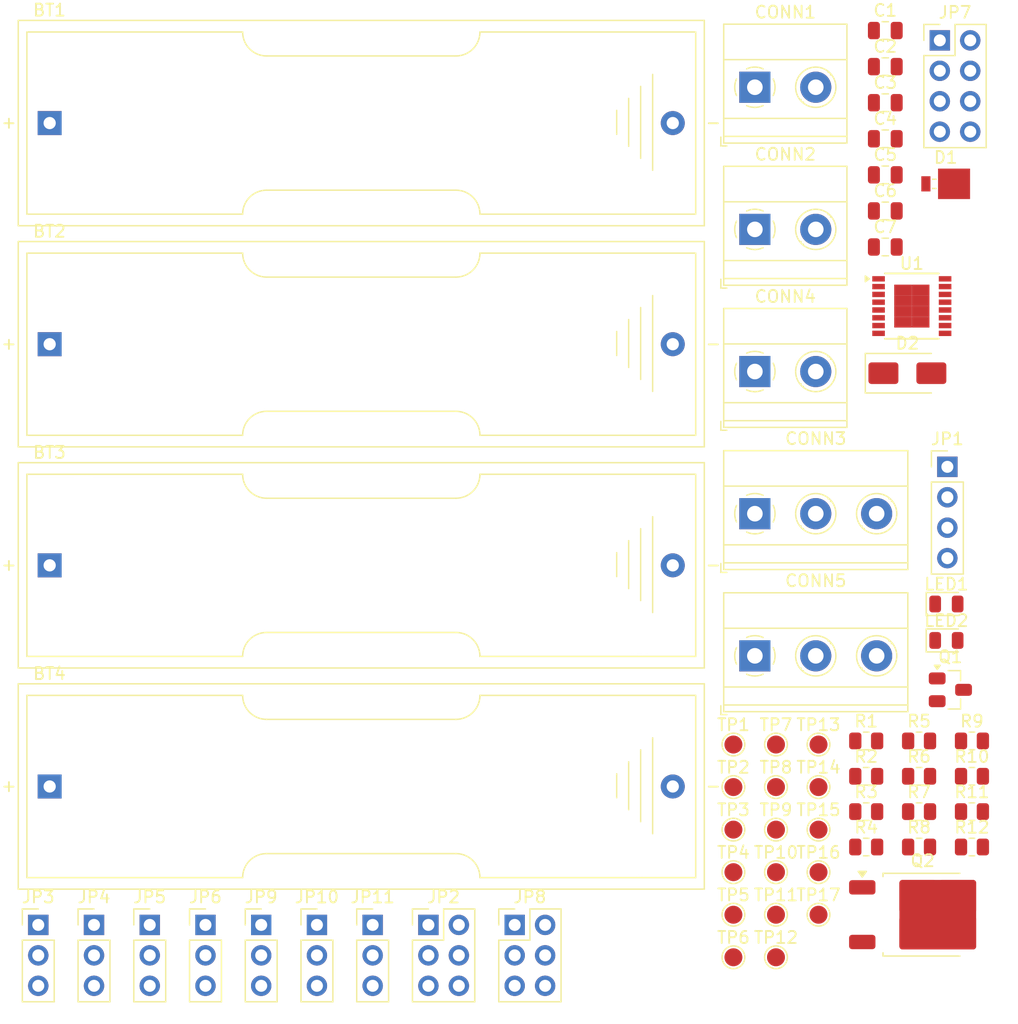
<source format=kicad_pcb>
(kicad_pcb (version 20240108) (generator "pcbnew") (generator_version "8.0")
  (layers (0 "F.Cu" signal) (31 "B.Cu" signal) (34 "B.Paste" user) (35 "F.Paste" user) (36 "B.SilkS" user "B.Silkscreen") (37 "F.SilkS" user "F.Silkscreen") (38 "B.Mask" user) (39 "F.Mask" user) (44 "Edge.Cuts" user))
  (net 0 "")
  (net 1 "/BATT")
  (net 2 "Net-(BT1--)")
  (net 3 "Net-(BT2--)")
  (net 4 "Net-(BT2-+)")
  (net 5 "Net-(BT3-+)")
  (net 6 "Net-(BT3--)")
  (net 7 "GND")
  (net 8 "Net-(BT4-+)")
  (net 9 "Net-(C1-Pad1)")
  (net 10 "Net-(C2-Pad1)")
  (net 11 "/TIMER")
  (net 12 "Net-(JP7-Pin_1)")
  (net 13 "Net-(JP7-Pin_3)")
  (net 14 "Net-(JP7-Pin_5)")
  (net 15 "Net-(JP7-Pin_7)")
  (net 16 "/NTC")
  (net 17 "VCC")
  (net 18 "/PROG")
  (net 19 "/SYST_LOAD")
  (net 20 "/SENSE")
  (net 21 "/DRIVE")
  (net 22 "Net-(JP1-Pin_1)")
  (net 23 "Net-(JP1-Pin_3)")
  (net 25 "/ARCT")
  (net 26 "Net-(JP2-Pin_4)")
  (net 28 "/SEL1")
  (net 29 "/SEL0")
  (net 30 "/CHEM")
  (net 31 "/PNP_E")
  (net 32 "/PNP_B")
  (net 33 "/PNP_C")
  (net 34 "Net-(LED1-K)")
  (net 35 "Net-(LED2-K)")
  (net 36 "/PAUSE")
  (net 37 "/~{CHRG}")
  (net 38 "/~{SHDN}")
  (net 39 "/~{ACPR}")
  (footprint "Connector_PinHeader_2.54mm:PinHeader_1x03_P2.54mm_Vertical" (layer "F.Cu") (at 35.374 101.313)
    (property "Reference" "JP5" (at 0 -2.33 0) (layer "F.SilkS"))
    (property "Value" "SEL0")
    (pad "1" thru_hole rect (at 0 0) (size 1.7 1.7) (drill 1) (layers "*.Cu" "*.Mask") (net 17 "VCC"))
    (pad "2" thru_hole oval (at 0 2.54) (size 1.7 1.7) (drill 1) (layers "*.Cu" "*.Mask") (net 29 "/SEL0"))
    (pad "3" thru_hole oval (at 0 5.08) (size 1.7 1.7) (drill 1) (layers "*.Cu" "*.Mask") (net 7 "GND"))
  )
  (footprint "Resistor_SMD:R_0805_2012Metric" (layer "F.Cu") (at 99.564 91.863)
    (property "Reference" "R7" (at 0 -1.65 0) (layer "F.SilkS"))
    (property "Value" "68K")
    (pad "1" smd roundrect (at -0.9125 0) (size 1.025 1.4) (layers "F.Cu" "F.Paste" "F.Mask") (roundrect_rratio 0.243902) (net 36 "/PAUSE"))
    (pad "2" smd roundrect (at 0.9125 0) (size 1.025 1.4) (layers "F.Cu" "F.Paste" "F.Mask") (roundrect_rratio 0.243902) (net 7 "GND"))
  )
  (footprint "Connector_PinHeader_2.54mm:PinHeader_1x03_P2.54mm_Vertical" (layer "F.Cu") (at 30.724 101.313)
    (property "Reference" "JP4" (at 0 -2.33 0) (layer "F.SilkS"))
    (property "Value" "SEL1")
    (pad "1" thru_hole rect (at 0 0) (size 1.7 1.7) (drill 1) (layers "*.Cu" "*.Mask") (net 17 "VCC"))
    (pad "2" thru_hole oval (at 0 2.54) (size 1.7 1.7) (drill 1) (layers "*.Cu" "*.Mask") (net 28 "/SEL1"))
    (pad "3" thru_hole oval (at 0 5.08) (size 1.7 1.7) (drill 1) (layers "*.Cu" "*.Mask") (net 7 "GND"))
  )
  (footprint "TestPoint:TestPoint_Pad_D1.5mm" (layer "F.Cu") (at 84.074 96.913)
    (property "Reference" "TP4" (at 0 -1.648 0) (layer "F.SilkS"))
    (property "Value" "PAUSE")
    (pad "1" smd circle (at 0 0) (size 1.5 1.5) (layers "F.Cu" "F.Mask") (net 36 "/PAUSE"))
  )
  (footprint "Resistor_SMD:R_0805_2012Metric" (layer "F.Cu") (at 95.154 91.863)
    (property "Reference" "R3" (at 0 -1.65 0) (layer "F.SilkS"))
    (property "Value" "1R")
    (pad "1" smd roundrect (at -0.9125 0) (size 1.025 1.4) (layers "F.Cu" "F.Paste" "F.Mask") (roundrect_rratio 0.243902) (net 17 "VCC"))
    (pad "2" smd roundrect (at 0.9125 0) (size 1.025 1.4) (layers "F.Cu" "F.Paste" "F.Mask") (roundrect_rratio 0.243902) (net 9 "Net-(C1-Pad1)"))
  )
  (footprint "TestPoint:TestPoint_Pad_D1.5mm" (layer "F.Cu") (at 91.174 93.363)
    (property "Reference" "TP15" (at 0 -1.648 0) (layer "F.SilkS"))
    (property "Value" "SYST_LOAD")
    (pad "1" smd circle (at 0 0) (size 1.5 1.5) (layers "F.Cu" "F.Mask") (net 19 "/SYST_LOAD"))
  )
  (footprint "Capacitor_SMD:C_0805_2012Metric" (layer "F.Cu") (at 96.744 32.713)
    (property "Reference" "C3" (at 0 -1.68 0) (layer "F.SilkS"))
    (property "Value" "220pF")
    (pad "1" smd roundrect (at -0.95 0) (size 1 1.45) (layers "F.Cu" "F.Paste" "F.Mask") (net 11 "/TIMER"))
    (pad "2" smd roundrect (at 0.95 0) (size 1 1.45) (layers "F.Cu" "F.Paste" "F.Mask") (net 7 "GND"))
  )
  (footprint "TestPoint:TestPoint_Pad_D1.5mm" (layer "F.Cu") (at 91.174 89.813)
    (property "Reference" "TP14" (at 0 -1.648 0) (layer "F.SilkS"))
    (property "Value" "PROG")
    (pad "1" smd circle (at 0 0) (size 1.5 1.5) (layers "F.Cu" "F.Mask") (net 18 "/PROG"))
  )
  (footprint "Battery:BatteryHolder_Keystone_2460_1xAA" (layer "F.Cu") (at 27.024 52.863)
    (property "Reference" "BT2" (at -0.02 -9.42 180) (layer "F.SilkS"))
    (property "Value" "CELL2")
    (fp_text user "+" (at -3.4 -0.06 0) (layer "F.SilkS"))
    (fp_text user "-" (at 55.37 -0.06 0) (layer "F.SilkS"))
    (pad "" np_thru_hole circle (at 2.75 -5.995 90) (size 2.64 2.64) (drill 2.64) (layers "*.Cu" "*.Mask"))
    (pad "" np_thru_hole circle (at 49.23 5.995) (size 2.64 2.64) (drill 2.64) (layers "*.Cu" "*.Mask"))
    (pad "1" thru_hole rect (at 0 0 180) (size 2 2) (drill 1.02) (layers "*.Cu" "*.Mask") (net 4 "Net-(BT2-+)"))
    (pad "2" thru_hole circle (at 51.99 0 180) (size 2 2) (drill 1.02) (layers "*.Cu" "*.Mask") (net 3 "Net-(BT2--)"))
  )
  (footprint "TerminalBlock_Phoenix:TerminalBlock_Phoenix_MKDS-1,5-2-5.08_1x02_P5.08mm_Horizontal" (layer "F.Cu") (at 85.864 31.423)
    (property "Reference" "CONN1" (at 2.54 -6.26 0) (layer "F.SilkS"))
    (property "Value" "NTC")
    (pad "1" thru_hole rect (at 0 0) (size 2.6 2.6) (drill 1.3) (layers "*.Cu" "*.Mask") (net 7 "GND"))
    (pad "2" thru_hole circle (at 5.08 0) (size 2.6 2.6) (drill 1.3) (layers "*.Cu" "*.Mask") (net 16 "/NTC"))
  )
  (footprint "TestPoint:TestPoint_Pad_D1.5mm" (layer "F.Cu") (at 87.624 100.463)
    (property "Reference" "TP11" (at 0 -1.648 0) (layer "F.SilkS"))
    (property "Value" "CHEM")
    (pad "1" smd circle (at 0 0) (size 1.5 1.5) (layers "F.Cu" "F.Mask") (net 30 "/CHEM"))
  )
  (footprint "Battery:BatteryHolder_Keystone_2460_1xAA" (layer "F.Cu") (at 27.024 34.413)
    (property "Reference" "BT1" (at -0.02 -9.42 180) (layer "F.SilkS"))
    (property "Value" "CELL1")
    (fp_text user "+" (at -3.4 -0.06 0) (layer "F.SilkS"))
    (fp_text user "-" (at 55.37 -0.06 0) (layer "F.SilkS"))
    (pad "" np_thru_hole circle (at 2.75 -5.995 90) (size 2.64 2.64) (drill 2.64) (layers "*.Cu" "*.Mask"))
    (pad "" np_thru_hole circle (at 49.23 5.995) (size 2.64 2.64) (drill 2.64) (layers "*.Cu" "*.Mask"))
    (pad "1" thru_hole rect (at 0 0 180) (size 2 2) (drill 1.02) (layers "*.Cu" "*.Mask") (net 1 "/BATT"))
    (pad "2" thru_hole circle (at 51.99 0 180) (size 2 2) (drill 1.02) (layers "*.Cu" "*.Mask") (net 2 "Net-(BT1--)"))
  )
  (footprint "Resistor_SMD:R_0805_2012Metric" (layer "F.Cu") (at 99.564 94.813)
    (property "Reference" "R8" (at 0 -1.65 0) (layer "F.SilkS"))
    (property "Value" "330R")
    (pad "1" smd roundrect (at -0.9125 0) (size 1.025 1.4) (layers "F.Cu" "F.Paste" "F.Mask") (roundrect_rratio 0.243902) (net 34 "Net-(LED1-K)"))
    (pad "2" smd roundrect (at 0.9125 0) (size 1.025 1.4) (layers "F.Cu" "F.Paste" "F.Mask") (roundrect_rratio 0.243902) (net 37 "/~{CHRG}"))
  )
  (footprint "Diode_SMD:D_Powermite_KA" (layer "F.Cu") (at 101.784 39.483)
    (property "Reference" "D1" (at 0 -2.2 0) (layer "F.SilkS"))
    (property "Value" "MBRM120LT3")
    (pad "1" smd rect (at -1.6525 0) (size 0.762 1.27) (layers "F.Cu" "F.Paste" "F.Mask") (net 19 "/SYST_LOAD"))
    (pad "2" smd rect (at 0.6985 0) (size 2.67 2.54) (layers "F.Cu" "F.Paste" "F.Mask") (net 1 "/BATT"))
  )
  (footprint "Resistor_SMD:R_0805_2012Metric" (layer "F.Cu") (at 95.154 88.913)
    (property "Reference" "R2" (at 0 -1.65 0) (layer "F.SilkS"))
    (property "Value" "2.8K")
    (pad "1" smd roundrect (at -0.9125 0) (size 1.025 1.4) (layers "F.Cu" "F.Paste" "F.Mask") (roundrect_rratio 0.243902) (net 7 "GND"))
    (pad "2" smd roundrect (at 0.9125 0) (size 1.025 1.4) (layers "F.Cu" "F.Paste" "F.Mask") (roundrect_rratio 0.243902) (net 23 "Net-(JP1-Pin_3)"))
  )
  (footprint "Package_TO_SOT_SMD:TO-252-2" (layer "F.Cu") (at 99.864 100.458)
    (property "Reference" "Q2" (at 0 -4.5 0) (layer "F.SilkS"))
    (property "Value" "MJD210T4G")
    (pad "1" smd roundrect (at -5.04 -2.28) (size 2.2 1.2) (layers "F.Cu" "F.Paste" "F.Mask") (roundrect_rratio 0.208333) (net 32 "/PNP_B"))
    (pad "2" smd roundrect (at -0.415 -1.525) (size 3.05 2.75) (layers "F.Cu" "F.Paste") (roundrect_rratio 0.090909) (net 33 "/PNP_C"))
    (pad "2" smd roundrect (at -0.415 1.525) (size 3.05 2.75) (layers "F.Cu" "F.Paste") (roundrect_rratio 0.090909) (net 33 "/PNP_C"))
    (pad "2" smd roundrect (at 1.26 0) (size 6.4 5.8) (layers "F.Cu" "F.Mask") (roundrect_rratio 0.043103) (net 33 "/PNP_C"))
    (pad "2" smd roundrect (at 2.935 -1.525) (size 3.05 2.75) (layers "F.Cu" "F.Paste") (roundrect_rratio 0.090909) (net 33 "/PNP_C"))
    (pad "2" smd roundrect (at 2.935 1.525) (size 3.05 2.75) (layers "F.Cu" "F.Paste") (roundrect_rratio 0.090909) (net 33 "/PNP_C"))
    (pad "3" smd roundrect (at -5.04 2.28) (size 2.2 1.2) (layers "F.Cu" "F.Paste" "F.Mask") (roundrect_rratio 0.208333) (net 31 "/PNP_E"))
  )
  (footprint "TerminalBlock_Phoenix:TerminalBlock_Phoenix_MKDS-1,5-3-5.08_1x03_P5.08mm_Horizontal" (layer "F.Cu") (at 85.864 78.863)
    (property "Reference" "CONN5" (at 5.08 -6.26 0) (layer "F.SilkS"))
    (property "Value" "EXT_PNP")
    (pad "1" thru_hole rect (at 0 0) (size 2.6 2.6) (drill 1.3) (layers "*.Cu" "*.Mask") (net 20 "/SENSE"))
    (pad "2" thru_hole circle (at 5.08 0) (size 2.6 2.6) (drill 1.3) (layers "*.Cu" "*.Mask") (net 21 "/DRIVE"))
    (pad "3" thru_hole circle (at 10.16 0) (size 2.6 2.6) (drill 1.3) (layers "*.Cu" "*.Mask") (net 1 "/BATT"))
  )
  (footprint "TestPoint:TestPoint_Pad_D1.5mm" (layer "F.Cu") (at 87.624 89.813)
    (property "Reference" "TP8" (at 0 -1.648 0) (layer "F.SilkS"))
    (property "Value" "SEL0")
    (pad "1" smd circle (at 0 0) (size 1.5 1.5) (layers "F.Cu" "F.Mask") (net 29 "/SEL0"))
  )
  (footprint "TestPoint:TestPoint_Pad_D1.5mm" (layer "F.Cu") (at 84.074 89.813)
    (property "Reference" "TP2" (at 0 -1.648 0) (layer "F.SilkS"))
    (property "Value" "GND")
    (pad "1" smd circle (at 0 0) (size 1.5 1.5) (layers "F.Cu" "F.Mask") (net 7 "GND"))
  )
  (footprint "Capacitor_SMD:C_0805_2012Metric" (layer "F.Cu") (at 96.744 29.703)
    (property "Reference" "C2" (at 0 -1.68 0) (layer "F.SilkS"))
    (property "Value" "10uF")
    (pad "1" smd roundrect (at -0.95 0) (size 1 1.45) (layers "F.Cu" "F.Paste" "F.Mask") (net 10 "Net-(C2-Pad1)"))
    (pad "2" smd roundrect (at 0.95 0) (size 1 1.45) (layers "F.Cu" "F.Paste" "F.Mask") (net 7 "GND"))
  )
  (footprint "TestPoint:TestPoint_Pad_D1.5mm" (layer "F.Cu") (at 84.074 100.463)
    (property "Reference" "TP5" (at 0 -1.648 0) (layer "F.SilkS"))
    (property "Value" "VIN")
    (pad "1" smd circle (at 0 0) (size 1.5 1.5) (layers "F.Cu" "F.Mask") (net 17 "VCC"))
  )
  (footprint "Connector_PinHeader_2.54mm:PinHeader_2x03_P2.54mm_Vertical" (layer "F.Cu") (at 58.624 101.313)
    (property "Reference" "JP2" (at 1.27 -2.33 0) (layer "F.SilkS"))
    (property "Value" "RECHARGE")
    (pad "1" thru_hole rect (at 0 0) (size 1.7 1.7) (drill 1) (layers "*.Cu" "*.Mask") (net 25 "/ARCT"))
    (pad "2" thru_hole oval (at 2.54 0) (size 1.7 1.7) (drill 1) (layers "*.Cu" "*.Mask") (net 17 "VCC"))
    (pad "3" thru_hole oval (at 0 2.54) (size 1.7 1.7) (drill 1) (layers "*.Cu" "*.Mask") (net 25 "/ARCT"))
    (pad "4" thru_hole oval (at 2.54 2.54) (size 1.7 1.7) (drill 1) (layers "*.Cu" "*.Mask") (net 26 "Net-(JP2-Pin_4)"))
    (pad "5" thru_hole oval (at 0 5.08) (size 1.7 1.7) (drill 1) (layers "*.Cu" "*.Mask") (net 25 "/ARCT"))
    (pad "6" thru_hole oval (at 2.54 5.08) (size 1.7 1.7) (drill 1) (layers "*.Cu" "*.Mask") (net 7 "GND"))
  )
  (footprint "TerminalBlock_Phoenix:TerminalBlock_Phoenix_MKDS-1,5-3-5.08_1x03_P5.08mm_Horizontal" (layer "F.Cu") (at 85.864 67.003)
    (property "Reference" "CONN3" (at 5.08 -6.26 0) (layer "F.SilkS"))
    (property "Value" "TIMER_PROG_EXT")
    (pad "1" thru_hole rect (at 0 0) (size 2.6 2.6) (drill 1.3) (layers "*.Cu" "*.Mask") (net 7 "GND"))
    (pad "2" thru_hole circle (at 5.08 0) (size 2.6 2.6) (drill 1.3) (layers "*.Cu" "*.Mask") (net 11 "/TIMER"))
    (pad "3" thru_hole circle (at 10.16 0) (size 2.6 2.6) (drill 1.3) (layers "*.Cu" "*.Mask") (net 18 "/PROG"))
  )
  (footprint "Battery:BatteryHolder_Keystone_2460_1xAA" (layer "F.Cu") (at 27.024 71.313)
    (property "Reference" "BT3" (at -0.02 -9.42 180) (layer "F.SilkS"))
    (property "Value" "CELL3")
    (fp_text user "-" (at 55.37 -0.06 0) (layer "F.SilkS"))
    (fp_text user "+" (at -3.4 -0.06 0) (layer "F.SilkS"))
    (pad "" np_thru_hole circle (at 2.75 -5.995 90) (size 2.64 2.64) (drill 2.64) (layers "*.Cu" "*.Mask"))
    (pad "" np_thru_hole circle (at 49.23 5.995) (size 2.64 2.64) (drill 2.64) (layers "*.Cu" "*.Mask"))
    (pad "1" thru_hole rect (at 0 0 180) (size 2 2) (drill 1.02) (layers "*.Cu" "*.Mask") (net 5 "Net-(BT3-+)"))
    (pad "2" thru_hole circle (at 51.99 0 180) (size 2 2) (drill 1.02) (layers "*.Cu" "*.Mask") (net 6 "Net-(BT3--)"))
  )
  (footprint "Connector_PinHeader_2.54mm:PinHeader_2x03_P2.54mm_Vertical" (layer "F.Cu") (at 65.824 101.313)
    (property "Reference" "JP8" (at 1.27 -2.33 0) (layer "F.SilkS"))
    (property "Value" "EXT_PNP")
    (pad "1" thru_hole rect (at 0 0) (size 1.7 1.7) (drill 1) (layers "*.Cu" "*.Mask") (net 33 "/PNP_C"))
    (pad "2" thru_hole oval (at 2.54 0) (size 1.7 1.7) (drill 1) (layers "*.Cu" "*.Mask") (net 1 "/BATT"))
    (pad "3" thru_hole oval (at 0 2.54) (size 1.7 1.7) (drill 1) (layers "*.Cu" "*.Mask") (net 32 "/PNP_B"))
    (pad "4" thru_hole oval (at 2.54 2.54) (size 1.7 1.7) (drill 1) (layers "*.Cu" "*.Mask") (net 21 "/DRIVE"))
    (pad "5" thru_hole oval (at 0 5.08) (size 1.7 1.7) (drill 1) (layers "*.Cu" "*.Mask") (net 31 "/PNP_E"))
    (pad "6" thru_hole oval (at 2.54 5.08) (size 1.7 1.7) (drill 1) (layers "*.Cu" "*.Mask") (net 20 "/SENSE"))
  )
  (footprint "Resistor_SMD:R_0805_2012Metric" (layer "F.Cu") (at 99.564 88.913)
    (property "Reference" "R6" (at 0 -1.65 0) (layer "F.SilkS"))
    (property "Value" "4.42K")
    (pad "1" smd roundrect (at -0.9125 0) (size 1.025 1.4) (layers "F.Cu" "F.Paste" "F.Mask") (roundrect_rratio 0.243902) (net 17 "VCC"))
    (pad "2" smd roundrect (at 0.9125 0) (size 1.025 1.4) (layers "F.Cu" "F.Paste" "F.Mask") (roundrect_rratio 0.243902) (net 16 "/NTC"))
  )
  (footprint "Connector_PinHeader_2.54mm:PinHeader_1x03_P2.54mm_Vertical" (layer "F.Cu") (at 53.974 101.313)
    (property "Reference" "JP11" (at 0 -2.33 0) (layer "F.SilkS"))
    (property "Value" "SEL4")
    (pad "1" thru_hole rect (at 0 0) (size 1.7 1.7) (drill 1) (layers "*.Cu" "*.Mask") (net 7 "GND"))
    (pad "2" thru_hole oval (at 0 2.54) (size 1.7 1.7) (drill 1) (layers "*.Cu" "*.Mask") (net 6 "Net-(BT3--)"))
    (pad "3" thru_hole oval (at 0 5.08) (size 1.7 1.7) (drill 1) (layers "*.Cu" "*.Mask") (net 8 "Net-(BT4-+)"))
  )
  (footprint "Resistor_SMD:R_0805_2012Metric" (layer "F.Cu") (at 99.564 85.963)
    (property "Reference" "R5" (at 0 -1.65 0) (layer "F.SilkS"))
    (property "Value" "2.21K")
    (pad "1" smd roundrect (at -0.9125 0) (size 1.025 1.4) (layers "F.Cu" "F.Paste" "F.Mask") (roundrect_rratio 0.243902) (net 26 "Net-(JP2-Pin_4)"))
    (pad "2" smd roundrect (at 0.9125 0) (size 1.025 1.4) (layers "F.Cu" "F.Paste" "F.Mask") (roundrect_rratio 0.243902) (net 7 "GND"))
  )
  (footprint "LED_SMD:LED_0805_2012Metric" (layer "F.Cu") (at 101.844 77.578)
    (property "Reference" "LED2" (at 0 -1.65 0) (layer "F.SilkS"))
    (property "Value" "ACPR")
    (pad "1" smd roundrect (at -0.9375 0) (size 0.975 1.4) (layers "F.Cu" "F.Paste" "F.Mask") (net 35 "Net-(LED2-K)"))
    (pad "2" smd roundrect (at 0.9375 0) (size 0.975 1.4) (layers "F.Cu" "F.Paste" "F.Mask") (net 17 "VCC"))
  )
  (footprint "Capacitor_SMD:C_0805_2012Metric" (layer "F.Cu") (at 96.744 38.733)
    (property "Reference" "C5" (at 0 -1.68 0) (layer "F.SilkS"))
    (property "Value" "470pF")
    (pad "1" smd roundrect (at -0.95 0) (size 1 1.45) (layers "F.Cu" "F.Paste" "F.Mask") (net 7 "GND"))
    (pad "2" smd roundrect (at 0.95 0) (size 1 1.45) (layers "F.Cu" "F.Paste" "F.Mask") (net 13 "Net-(JP7-Pin_3)"))
  )
  (footprint "TestPoint:TestPoint_Pad_D1.5mm" (layer "F.Cu") (at 91.174 96.913)
    (property "Reference" "TP16" (at 0 -1.648 0) (layer "F.SilkS"))
    (property "Value" "BATT")
    (pad "1" smd circle (at 0 0) (size 1.5 1.5) (layers "F.Cu" "F.Mask") (net 1 "/BATT"))
  )
  (footprint "TestPoint:TestPoint_Pad_D1.5mm" (layer "F.Cu") (at 91.174 86.263)
    (property "Reference" "TP13" (at 0 -1.648 0) (layer "F.SilkS"))
    (property "Value" "SENSE")
    (pad "1" smd circle (at 0 0) (size 1.5 1.5) (layers "F.Cu" "F.Mask") (net 20 "/SENSE"))
  )
  (footprint "Connector_PinHeader_2.54mm:PinHeader_2x04_P2.54mm_Vertical" (layer "F.Cu") (at 101.294 27.513)
    (property "Reference" "JP7" (at 1.27 -2.33 0) (layer "F.SilkS"))
    (property "Value" "TIMER")
    (pad "1" thru_hole rect (at 0 0) (size 1.7 1.7) (drill 1) (layers "*.Cu" "*.Mask") (net 12 "Net-(JP7-Pin_1)"))
    (pad "2" thru_hole oval (at 2.54 0) (size 1.7 1.7) (drill 1) (layers "*.Cu" "*.Mask") (net 11 "/TIMER"))
    (pad "3" thru_hole oval (at 0 2.54) (size 1.7 1.7) (drill 1) (layers "*.Cu" "*.Mask") (net 13 "Net-(JP7-Pin_3)"))
    (pad "4" thru_hole oval (at 2.54 2.54) (size 1.7 1.7) (drill 1) (layers "*.Cu" "*.Mask") (net 11 "/TIMER"))
    (pad "5" thru_hole oval (at 0 5.08) (size 1.7 1.7) (drill 1) (layers "*.Cu" "*.Mask") (net 14 "Net-(JP7-Pin_5)"))
    (pad "6" thru_hole oval (at 2.54 5.08) (size 1.7 1.7) (drill 1) (layers "*.Cu" "*.Mask") (net 11 "/TIMER"))
    (pad "7" thru_hole oval (at 0 7.62) (size 1.7 1.7) (drill 1) (layers "*.Cu" "*.Mask") (net 15 "Net-(JP7-Pin_7)"))
    (pad "8" thru_hole oval (at 2.54 7.62) (size 1.7 1.7) (drill 1) (layers "*.Cu" "*.Mask") (net 11 "/TIMER"))
  )
  (footprint "Package_SO:TSSOP-16-1EP_4.4x5mm_P0.65mm" (layer "F.Cu") (at 98.959 49.683)
    (property "Reference" "U1" (at 0 -3.55 0) (layer "F.SilkS"))
    (property "Value" "LTC4060EFE")
    (pad "1" smd rect (at -2.775 -2.275) (size 1.05 0.45) (layers "F.Cu" "F.Paste" "F.Mask") (net 21 "/DRIVE"))
    (pad "2" smd rect (at -2.775 -1.625) (size 1.05 0.45) (layers "F.Cu" "F.Paste" "F.Mask") (net 1 "/BATT"))
    (pad "3" smd rect (at -2.775 -0.975) (size 1.05 0.45) (layers "F.Cu" "F.Paste" "F.Mask") (net 20 "/SENSE"))
    (pad "4" smd rect (at -2.775 -0.325) (size 1.05 0.45) (layers "F.Cu" "F.Paste" "F.Mask") (net 11 "/TIMER"))
    (pad "5" smd rect (at -2.775 0.325) (size 1.05 0.45) (layers "F.Cu" "F.Paste" "F.Mask") (net 38 "/~{SHDN}"))
    (pad "6" smd rect (at -2.775 0.975) (size 1.05 0.45) (layers "F.Cu" "F.Paste" "F.Mask") (net 36 "/PAUSE"))
    (pad "7" smd rect (at -2.775 1.625) (size 1.05 0.45) (layers "F.Cu" "F.Paste" "F.Mask") (net 18 "/PROG"))
    (pad "8" smd rect (at -2.775 2.275) (size 1.05 0.45) (layers "F.Cu" "F.Paste" "F.Mask") (net 25 "/ARCT"))
    (pad "9" smd rect (at 2.775 2.275) (size 1.05 0.45) (layers "F.Cu" "F.Paste" "F.Mask") (net 29 "/SEL0"))
    (pad "10" smd rect (at 2.775 1.625) (size 1.05 0.45) (layers "F.Cu" "F.Paste" "F.Mask") (net 28 "/SEL1"))
    (pad "11" smd rect (at 2.775 0.975) (size 1.05 0.45) (layers "F.Cu" "F.Paste" "F.Mask") (net 16 "/NTC"))
    (pad "12" smd rect (at 2.775 0.325) (size 1.05 0.45) (layers "F.Cu" "F.Paste" "F.Mask") (net 30 "/CHEM"))
    (pad "13" smd rect (at 2.775 -0.325) (size 1.05 0.45) (layers "F.Cu" "F.Paste" "F.Mask") (net 39 "/~{ACPR}"))
    (pad "14" smd rect (at 2.775 -0.975) (size 1.05 0.45) (layers "F.Cu" "F.Paste" "F.Mask") (net 17 "VCC"))
    (pad "15" smd rect (at 2.775 -1.625) (size 1.05 0.45) (layers "F.Cu" "F.Paste" "F.Mask") (net 37 "/~{CHRG}"))
    (pad "16" smd rect (at 2.775 -2.275) (size 1.05 0.45) (layers "F.Cu" "F.Paste" "F.Mask") (net 7 "GND"))
    (pad "17" smd rect (at -0.735 -1.3425) (size 1.47 0.895) (layers "F.Cu" "F.Paste" "F.Mask") (net 7 "GND"))
    (pad "17" smd rect (at -0.735 -0.4475) (size 1.47 0.895) (layers "F.Cu" "F.Paste" "F.Mask") (net 7 "GND"))
    (pad "17" smd rect (at -0.735 0.4475) (size 1.47 0.895) (layers "F.Cu" "F.Paste" "F.Mask") (net 7 "GND"))
    (pad "17" smd rect (at -0.735 1.3425) (size 1.47 0.895) (layers "F.Cu" "F.Paste" "F.Mask") (net 7 "GND"))
    (pad "17" smd rect (at 0.735 -1.3425) (size 1.47 0.895) (layers "F.Cu" "F.Paste" "F.Mask") (net 7 "GND"))
    (pad "17" smd rect (at 0.735 -0.4475) (size 1.47 0.895) (layers "F.Cu" "F.Paste" "F.Mask") (net 7 "GND"))
    (pad "17" smd rect (at 0.735 0.4475) (size 1.47 0.895) (layers "F.Cu" "F.Paste" "F.Mask") (net 7 "GND"))
    (pad "17" smd rect (at 0.735 1.3425) (size 1.47 0.895) (layers "F.Cu" "F.Paste" "F.Mask") (net 7 "GND"))
  )
  (footprint "Package_TO_SOT_SMD:SuperSOT-3" (layer "F.Cu") (at 102.174 81.698)
    (property "Reference" "Q1" (at 0 -2.75 0) (layer "F.SilkS"))
    (property "Value" "FDN306P")
    (pad "1" smd roundrect (at -1.1 -0.95) (size 1.4 1) (layers "F.Cu" "F.Paste" "F.Mask") (net 17 "VCC"))
    (pad "2" smd roundrect (at -1.1 0.95) (size 1.4 1) (layers "F.Cu" "F.Paste" "F.Mask") (net 19 "/SYST_LOAD"))
    (pad "3" smd roundrect (at 1.1 0) (size 1.4 1) (layers "F.Cu" "F.Paste" "F.Mask") (net 1 "/BATT"))
  )
  (footprint "TestPoint:TestPoint_Pad_D1.5mm" (layer "F.Cu") (at 84.074 93.363)
    (property "Reference" "TP3" (at 0 -1.648 0) (layer "F.SilkS"))
    (property "Value" "NTC")
    (pad "1" smd circle (at 0 0) (size 1.5 1.5) (layers "F.Cu" "F.Mask") (net 16 "/NTC"))
  )
  (footprint "Connector_PinHeader_2.54mm:PinHeader_1x04_P2.54mm_Vertical" (layer "F.Cu") (at 101.924 63.093)
    (property "Reference" "JP1" (at 0 -2.33 0) (layer "F.SilkS"))
    (property "Value" "CHRG_CURRENT")
    (pad "1" thru_hole rect (at 0 0) (size 1.7 1.7) (drill 1) (layers "*.Cu" "*.Mask") (net 22 "Net-(JP1-Pin_1)"))
    (pad "2" thru_hole oval (at 0 2.54) (size 1.7 1.7) (drill 1) (layers "*.Cu" "*.Mask") (net 18 "/PROG"))
    (pad "3" thru_hole oval (at 0 5.08) (size 1.7 1.7) (drill 1) (layers "*.Cu" "*.Mask") (net 23 "Net-(JP1-Pin_3)"))
    (pad "4" thru_hole oval (at 0 7.62) (size 1.7 1.7) (drill 1) (layers "*.Cu" "*.Mask"))
  )
  (footprint "Capacitor_SMD:C_0805_2012Metric" (layer "F.Cu") (at 96.744 35.723)
    (property "Reference" "C4" (at 0 -1.68 0) (layer "F.SilkS"))
    (property "Value" "150pF")
    (pad "1" smd roundrect (at -0.95 0) (size 1 1.45) (layers "F.Cu" "F.Paste" "F.Mask") (net 7 "GND"))
    (pad "2" smd roundrect (at 0.95 0) (size 1 1.45) (layers "F.Cu" "F.Paste" "F.Mask") (net 12 "Net-(JP7-Pin_1)"))
  )
  (footprint "TestPoint:TestPoint_Pad_D1.5mm" (layer "F.Cu") (at 87.624 96.913)
    (property "Reference" "TP10" (at 0 -1.648 0) (layer "F.SilkS"))
    (property "Value" "ACPR")
    (pad "1" smd circle (at 0 0) (size 1.5 1.5) (layers "F.Cu" "F.Mask") (net 39 "/~{ACPR}"))
  )
  (footprint "TestPoint:TestPoint_Pad_D1.5mm" (layer "F.Cu") (at 84.074 104.013)
    (property "Reference" "TP6" (at 0 -1.648 0) (layer "F.SilkS"))
    (property "Value" "SHDN")
    (pad "1" smd circle (at 0 0) (size 1.5 1.5) (layers "F.Cu" "F.Mask") (net 38 "/~{SHDN}"))
  )
  (footprint "LED_SMD:LED_0805_2012Metric" (layer "F.Cu") (at 101.844 74.538)
    (property "Reference" "LED1" (at 0 -1.65 0) (layer "F.SilkS"))
    (property "Value" "CHRG")
    (pad "1" smd roundrect (at -0.9375 0) (size 0.975 1.4) (layers "F.Cu" "F.Paste" "F.Mask") (net 34 "Net-(LED1-K)"))
    (pad "2" smd roundrect (at 0.9375 0) (size 0.975 1.4) (layers "F.Cu" "F.Paste" "F.Mask") (net 17 "VCC"))
  )
  (footprint "Resistor_SMD:R_0805_2012Metric" (layer "F.Cu") (at 95.154 85.963)
    (property "Reference" "R1" (at 0 -1.65 0) (layer "F.SilkS"))
    (property "Value" "931R")
    (pad "1" smd roundrect (at -0.9125 0) (size 1.025 1.4) (layers "F.Cu" "F.Paste" "F.Mask") (roundrect_rratio 0.243902) (net 7 "GND"))
    (pad "2" smd roundrect (at 0.9125 0) (size 1.025 1.4) (layers "F.Cu" "F.Paste" "F.Mask") (roundrect_rratio 0.243902) (net 22 "Net-(JP1-Pin_1)"))
  )
  (footprint "Connector_PinHeader_2.54mm:PinHeader_1x03_P2.54mm_Vertical" (layer "F.Cu") (at 49.324 101.313)
    (property "Reference" "JP10" (at 0 -2.33 0) (layer "F.SilkS"))
    (property "Value" "SEL3")
    (pad "1" thru_hole rect (at 0 0) (size 1.7 1.7) (drill 1) (layers "*.Cu" "*.Mask") (net 7 "GND"))
    (pad "2" thru_hole oval (at 0 2.54) (size 1.7 1.7) (drill 1) (layers "*.Cu" "*.Mask") (net 3 "Net-(BT2--)"))
    (pad "3" thru_hole oval (at 0 5.08) (size 1.7 1.7) (drill 1) (layers "*.Cu" "*.Mask") (net 5 "Net-(BT3-+)"))
  )
  (footprint "Diode_SMD:D_SMA" (layer "F.Cu") (at 98.589 55.283)
    (property "Reference" "D2" (at 0 -2.5 0) (layer "F.SilkS"))
    (property "Value" "B220A")
    (pad "1" smd roundrect (at -2 0) (size 2.5 1.8) (layers "F.Cu" "F.Paste" "F.Mask") (roundrect_rratio 0.1388888889) (net 19 "/SYST_LOAD"))
    (pad "2" smd roundrect (at 2 0) (size 2.5 1.8) (layers "F.Cu" "F.Paste" "F.Mask") (roundrect_rratio 0.1388888889) (net 17 "VCC"))
  )
  (footprint "TerminalBlock_Phoenix:TerminalBlock_Phoenix_MKDS-1,5-2-5.08_1x02_P5.08mm_Horizontal" (layer "F.Cu") (at 85.864 43.283)
    (property "Reference" "CONN2" (at 2.54 -6.26 0) (layer "F.SilkS"))
    (property "Value" "VIN")
    (pad "1" thru_hole rect (at 0 0) (size 2.6 2.6) (drill 1.3) (layers "*.Cu" "*.Mask") (net 7 "GND"))
    (pad "2" thru_hole circle (at 5.08 0) (size 2.6 2.6) (drill 1.3) (layers "*.Cu" "*.Mask") (net 17 "VCC"))
  )
  (footprint "TestPoint:TestPoint_Pad_D1.5mm" (layer "F.Cu") (at 87.624 104.013)
    (property "Reference" "TP12" (at 0 -1.648 0) (layer "F.SilkS"))
    (property "Value" "TIMER")
    (pad "1" smd circle (at 0 0) (size 1.5 1.5) (layers "F.Cu" "F.Mask") (net 11 "/TIMER"))
  )
  (footprint "Battery:BatteryHolder_Keystone_2460_1xAA" (layer "F.Cu") (at 27.024 89.763)
    (property "Reference" "BT4" (at -0.02 -9.42 180) (layer "F.SilkS"))
    (property "Value" "CELL4")
    (fp_text user "+" (at -3.4 -0.06 0) (layer "F.SilkS"))
    (fp_text user "-" (at 55.37 -0.06 0) (layer "F.SilkS"))
    (pad "" np_thru_hole circle (at 2.75 -5.995 90) (size 2.64 2.64) (drill 2.64) (layers "*.Cu" "*.Mask"))
    (pad "" np_thru_hole circle (at 49.23 5.995) (size 2.64 2.64) (drill 2.64) (layers "*.Cu" "*.Mask"))
    (pad "1" thru_hole rect (at 0 0 180) (size 2 2) (drill 1.02) (layers "*.Cu" "*.Mask") (net 8 "Net-(BT4-+)"))
    (pad "2" thru_hole circle (at 51.99 0 180) (size 2 2) (drill 1.02) (layers "*.Cu" "*.Mask") (net 7 "GND"))
  )
  (footprint "Capacitor_SMD:C_0805_2012Metric" (layer "F.Cu") (at 96.744 44.753)
    (property "Reference" "C7" (at 0 -1.68 0) (layer "F.SilkS"))
    (property "Value" "2700pF")
    (pad "1" smd roundrect (at -0.95 0) (size 1 1.45) (layers "F.Cu" "F.Paste" "F.Mask") (net 7 "GND"))
    (pad "2" smd roundrect (at 0.95 0) (size 1 1.45) (layers "F.Cu" "F.Paste" "F.Mask") (net 15 "Net-(JP7-Pin_7)"))
  )
  (footprint "Resistor_SMD:R_0805_2012Metric" (layer "F.Cu") (at 95.154 94.813)
    (property "Reference" "R4" (at 0 -1.65 0) (layer "F.SilkS"))
    (property "Value" "576R")
    (pad "1" smd roundrect (at -0.9125 0) (size 1.025 1.4) (layers "F.Cu" "F.Paste" "F.Mask") (roundrect_rratio 0.243902) (net 18 "/PROG"))
    (pad "2" smd roundrect (at 0.9125 0) (size 1.025 1.4) (layers "F.Cu" "F.Paste" "F.Mask") (roundrect_rratio 0.243902) (net 26 "Net-(JP2-Pin_4)"))
  )
  (footprint "Connector_PinHeader_2.54mm:PinHeader_1x03_P2.54mm_Vertical" (layer "F.Cu") (at 40.024 101.313)
    (property "Reference" "JP6" (at 0 -2.33 0) (layer "F.SilkS"))
    (property "Value" "CHEM")
    (pad "1" thru_hole rect (at 0 0) (size 1.7 1.7) (drill 1) (layers "*.Cu" "*.Mask") (net 17 "VCC"))
    (pad "2" thru_hole oval (at 0 2.54) (size 1.7 1.7) (drill 1) (layers "*.Cu" "*.Mask") (net 30 "/CHEM"))
    (pad "3" thru_hole oval (at 0 5.08) (size 1.7 1.7) (drill 1) (layers "*.Cu" "*.Mask") (net 7 "GND"))
  )
  (footprint "Connector_PinHeader_2.54mm:PinHeader_1x03_P2.54mm_Vertical" (layer "F.Cu") (at 26.074 101.313)
    (property "Reference" "JP3" (at 0 -2.33 0) (layer "F.SilkS"))
    (property "Value" "NTC")
    (pad "1" thru_hole rect (at 0 0) (size 1.7 1.7) (drill 1) (layers "*.Cu" "*.Mask"))
    (pad "2" thru_hole oval (at 0 2.54) (size 1.7 1.7) (drill 1) (layers "*.Cu" "*.Mask") (net 16 "/NTC"))
    (pad "3" thru_hole oval (at 0 5.08) (size 1.7 1.7) (drill 1) (layers "*.Cu" "*.Mask") (net 7 "GND"))
  )
  (footprint "Connector_PinHeader_2.54mm:PinHeader_1x03_P2.54mm_Vertical" (layer "F.Cu") (at 44.674 101.313)
    (property "Reference" "JP9" (at 0 -2.33 0) (layer "F.SilkS"))
    (property "Value" "SEL2")
    (pad "1" thru_hole rect (at 0 0) (size 1.7 1.7) (drill 1) (layers "*.Cu" "*.Mask") (net 7 "GND"))
    (pad "2" thru_hole oval (at 0 2.54) (size 1.7 1.7) (drill 1) (layers "*.Cu" "*.Mask") (net 2 "Net-(BT1--)"))
    (pad "3" thru_hole oval (at 0 5.08) (size 1.7 1.7) (drill 1) (layers "*.Cu" "*.Mask") (net 4 "Net-(BT2-+)"))
  )
  (footprint "Capacitor_SMD:C_0805_2012Metric" (layer "F.Cu") (at 96.744 41.743)
    (property "Reference" "C6" (at 0 -1.68 0) (layer "F.SilkS"))
    (property "Value" "1200pF")
    (pad "1" smd roundrect (at -0.95 0) (size 1 1.45) (layers "F.Cu" "F.Paste" "F.Mask") (net 7 "GND"))
    (pad "2" smd roundrect (at 0.95 0) (size 1 1.45) (layers "F.Cu" "F.Paste" "F.Mask") (net 14 "Net-(JP7-Pin_5)"))
  )
  (footprint "Resistor_SMD:R_0805_2012Metric" (layer "F.Cu") (at 103.974 85.963)
    (property "Reference" "R9" (at 0 -1.65 0) (layer "F.SilkS"))
    (property "Value" "390K")
    (pad "1" smd roundrect (at -0.9125 0) (size 1.025 1.4) (layers "F.Cu" "F.Paste" "F.Mask") (roundrect_rratio 0.243902) (net 17 "VCC"))
    (pad "2" smd roundrect (at 0.9125 0) (size 1.025 1.4) (layers "F.Cu" "F.Paste" "F.Mask") (roundrect_rratio 0.243902) (net 38 "/~{SHDN}"))
  )
  (footprint "Capacitor_SMD:C_0805_2012Metric" (layer "F.Cu") (at 96.744 26.693)
    (property "Reference" "C1" (at 0 -1.68 0) (layer "F.SilkS"))
    (property "Value" "1uF")
    (pad "1" smd roundrect (at -0.95 0) (size 1 1.45) (layers "F.Cu" "F.Paste" "F.Mask") (net 9 "Net-(C1-Pad1)"))
    (pad "2" smd roundrect (at 0.95 0) (size 1 1.45) (layers "F.Cu" "F.Paste" "F.Mask") (net 7 "GND"))
  )
  (footprint "TestPoint:TestPoint_Pad_D1.5mm" (layer "F.Cu") (at 91.174 100.463)
    (property "Reference" "TP17" (at 0 -1.648 0) (layer "F.SilkS"))
    (property "Value" "DRIVE")
    (pad "1" smd circle (at 0 0) (size 1.5 1.5) (layers "F.Cu" "F.Mask") (net 21 "/DRIVE"))
  )
  (footprint "TestPoint:TestPoint_Pad_D1.5mm" (layer "F.Cu") (at 87.624 86.263)
    (property "Reference" "TP7" (at 0 -1.648 0) (layer "F.SilkS"))
    (property "Value" "SEL1")
    (pad "1" smd circle (at 0 0) (size 1.5 1.5) (layers "F.Cu" "F.Mask") (net 28 "/SEL1"))
  )
  (footprint "TestPoint:TestPoint_Pad_D1.5mm" (layer "F.Cu") (at 84.074 86.263)
    (property "Reference" "TP1" (at 0 -1.648 0) (layer "F.SilkS"))
    (property "Value" "ARCT")
    (pad "1" smd circle (at 0 0) (size 1.5 1.5) (layers "F.Cu" "F.Mask") (net 25 "/ARCT"))
  )
  (footprint "Resistor_SMD:R_0805_2012Metric" (layer "F.Cu") (at 103.974 91.863)
    (property "Reference" "R11" (at 0 -1.65 0) (layer "F.SilkS"))
    (property "Value" "RSENSE")
    (pad "1" smd roundrect (at -0.9125 0) (size 1.025 1.4) (layers "F.Cu" "F.Paste" "F.Mask") (roundrect_rratio 0.243902) (net 17 "VCC"))
    (pad "2" smd roundrect (at 0.9125 0) (size 1.025 1.4) (layers "F.Cu" "F.Paste" "F.Mask") (roundrect_rratio 0.243902) (net 20 "/SENSE"))
  )
  (footprint "Resistor_SMD:R_0805_2012Metric" (layer "F.Cu") (at 103.974 94.813)
    (property "Reference" "R12" (at 0 -1.65 0) (layer "F.SilkS"))
    (property "Value" "1R")
    (pad "1" smd roundrect (at -0.9125 0) (size 1.025 1.4) (layers "F.Cu" "F.Paste" "F.Mask") (roundrect_rratio 0.243902) (net 1 "/BATT"))
    (pad "2" smd roundrect (at 0.9125 0) (size 1.025 1.4) (layers "F.Cu" "F.Paste" "F.Mask") (roundrect_rratio 0.243902) (net 10 "Net-(C2-Pad1)"))
  )
  (footprint "TestPoint:TestPoint_Pad_D1.5mm" (layer "F.Cu") (at 87.624 93.363)
    (property "Reference" "TP9" (at 0 -1.648 0) (layer "F.SilkS"))
    (property "Value" "CHRG")
    (pad "1" smd circle (at 0 0) (size 1.5 1.5) (layers "F.Cu" "F.Mask") (net 37 "/~{CHRG}"))
  )
  (footprint "TerminalBlock_Phoenix:TerminalBlock_Phoenix_MKDS-1,5-2-5.08_1x02_P5.08mm_Horizontal" (layer "F.Cu") (at 85.864 55.143)
    (property "Reference" "CONN4" (at 2.54 -6.26 0) (layer "F.SilkS"))
    (property "Value" "SYST_LOAD")
    (pad "1" thru_hole rect (at 0 0) (size 2.6 2.6) (drill 1.3) (layers "*.Cu" "*.Mask") (net 7 "GND"))
    (pad "2" thru_hole circle (at 5.08 0) (size 2.6 2.6) (drill 1.3) (layers "*.Cu" "*.Mask") (net 19 "/SYST_LOAD"))
  )
  (footprint "Resistor_SMD:R_0805_2012Metric" (layer "F.Cu") (at 103.974 88.913)
    (property "Reference" "R10" (at 0 -1.65 0) (layer "F.SilkS"))
    (property "Value" "330R")
    (pad "1" smd roundrect (at -0.9125 0) (size 1.025 1.4) (layers "F.Cu" "F.Paste" "F.Mask") (roundrect_rratio 0.243902) (net 35 "Net-(LED2-K)"))
    (pad "2" smd roundrect (at 0.9125 0) (size 1.025 1.4) (layers "F.Cu" "F.Paste" "F.Mask") (roundrect_rratio 0.243902) (net 39 "/~{ACPR}"))
  )
)
</source>
